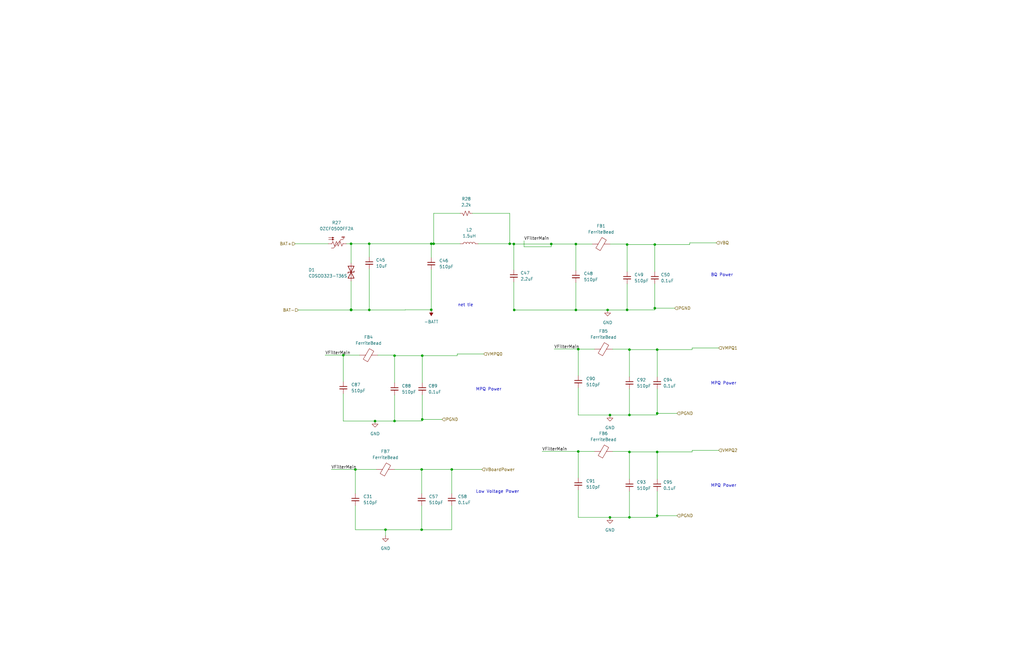
<source format=kicad_sch>
(kicad_sch (version 20230121) (generator eeschema)
  (paper "B")
  (title_block (title "SN-952-A, Charge & Discharge Control") (date "2023-06-28") (rev "PA"))
  (lib_symbols
    (symbol "Device:C_Small" (pin_numbers hide) (pin_names (offset 0.254) hide)
      (property "Reference" "C" (at 0.254 1.778 0))
      (property "Value" "C_Small" (at 0.254 -2.032 0))
      (symbol "C_Small_0_1"
        (polyline (pts (xy -1.524 -0.508) (xy 1.524 -0.508)) (stroke (width 0.3302)))
        (polyline (pts (xy -1.524 0.508) (xy 1.524 0.508)) (stroke (width 0.3048)))
      )
      (symbol "C_Small_1_1"
        (pin passive line (at 0 2.54 270) (length 2.032) (name "~") (number "1"))
        (pin passive line (at 0 -2.54 90) (length 2.032) (name "~") (number "2"))
      )
    )
    (symbol "Device:D_TVS" (pin_numbers hide) (pin_names (offset 1.016) hide)
      (property "Reference" "D" (at 0 2.54 0))
      (property "Value" "D_TVS" (at 0 -2.54 0))
      (symbol "D_TVS_0_1"
        (polyline (pts (xy 1.27 0) (xy -1.27 0)))
        (polyline (pts (xy 0.508 1.27) (xy 0 1.27) (xy 0 -1.27) (xy -0.508 -1.27)) (stroke (width 0.254)))
        (polyline (pts (xy -2.54 1.27) (xy -2.54 -1.27) (xy 2.54 1.27) (xy 2.54 -1.27) (xy -2.54 1.27)) (stroke (width 0.254)))
      )
      (symbol "D_TVS_1_1"
        (pin passive line (at -3.81 0 0) (length 2.54) (name "A1") (number "1"))
        (pin passive line (at 3.81 0 180) (length 2.54) (name "A2") (number "2"))
      )
    )
    (symbol "Device:FerriteBead" (pin_numbers hide) (pin_names (offset 0))
      (property "Reference" "FB" (at -3.81 0.635 90))
      (property "Value" "FerriteBead" (at 3.81 0 90))
      (symbol "FerriteBead_0_1"
        (polyline (pts (xy 0 -1.27) (xy 0 -1.2192)))
        (polyline (pts (xy 0 1.27) (xy 0 1.2954)))
        (polyline (pts (xy -2.7686 0.4064) (xy -1.7018 2.2606) (xy 2.7686 -0.3048) (xy 1.6764 -2.159) (xy -2.7686 0.4064)))
      )
      (symbol "FerriteBead_1_1"
        (pin passive line (at 0 3.81 270) (length 2.54) (name "~") (number "1"))
        (pin passive line (at 0 -3.81 90) (length 2.54) (name "~") (number "2"))
      )
    )
    (symbol "Device:L" (pin_numbers hide) (pin_names (offset 1.016) hide)
      (property "Reference" "L" (at -1.27 0 90))
      (property "Value" "L" (at 1.905 0 90))
      (symbol "L_0_1"
        (arc (start 0 -2.54) (mid 0.6323 -1.905) (end 0 -1.27))
        (arc (start 0 -1.27) (mid 0.6323 -0.635) (end 0 0))
        (arc (start 0 0) (mid 0.6323 0.635) (end 0 1.27))
        (arc (start 0 1.27) (mid 0.6323 1.905) (end 0 2.54))
      )
      (symbol "L_1_1"
        (pin passive line (at 0 3.81 270) (length 1.27) (name "1") (number "1"))
        (pin passive line (at 0 -3.81 90) (length 1.27) (name "2") (number "2"))
      )
    )
    (symbol "Device:R_Small_US" (pin_numbers hide) (pin_names (offset 0.254) hide)
      (property "Reference" "R" (at 0.762 0.508 0))
      (property "Value" "R_Small_US" (at 0.762 -1.016 0))
      (symbol "R_Small_US_1_1"
        (polyline (pts (xy 0 0) (xy 1.016 -0.381) (xy 0 -0.762) (xy -1.016 -1.143) (xy 0 -1.524)))
        (polyline (pts (xy 0 1.524) (xy 1.016 1.143) (xy 0 0.762) (xy -1.016 0.381) (xy 0 0)))
        (pin passive line (at 0 2.54 270) (length 1.016) (name "~") (number "1"))
        (pin passive line (at 0 -2.54 90) (length 1.016) (name "~") (number "2"))
      )
    )
    (symbol "Device:Thermistor_PTC_US" (pin_numbers hide) (pin_names (offset 0))
      (property "Reference" "TH" (at -4.064 0 90))
      (property "Value" "Thermistor_PTC_US" (at 3.048 0 90))
      (symbol "Thermistor_PTC_US_0_1"
        (arc (start -3.048 2.159) (mid -3.0495 2.3143) (end -3.175 2.413))
        (arc (start -3.048 2.159) (mid -2.9736 1.9794) (end -2.794 1.905))
        (arc (start -3.048 2.794) (mid -2.9736 2.6144) (end -2.794 2.54))
        (arc (start -2.794 1.905) (mid -2.6144 1.9794) (end -2.54 2.159))
        (arc (start -2.794 2.54) (mid -2.4393 2.5587) (end -2.159 2.794))
        (arc (start -2.794 3.048) (mid -2.9736 2.9736) (end -3.048 2.794))
        (arc (start -2.54 2.794) (mid -2.6144 2.9736) (end -2.794 3.048))
        (polyline (pts (xy -2.54 2.159) (xy -2.54 2.794)))
        (polyline (pts (xy 0 -2.286) (xy 0 -2.54)))
        (polyline (pts (xy 0 2.286) (xy 0 2.54)))
        (polyline (pts (xy -1.778 2.54) (xy -1.778 1.524) (xy 1.778 -1.524) (xy 1.778 -2.54)))
        (polyline (pts (xy 0 -0.762) (xy 1.016 -1.143) (xy 0 -1.524) (xy -1.016 -1.905) (xy 0 -2.286)))
        (polyline (pts (xy 0 0.762) (xy 1.016 0.381) (xy 0 0) (xy -1.016 -0.381) (xy 0 -0.762)))
        (polyline (pts (xy 0 2.286) (xy 1.016 1.905) (xy 0 1.524) (xy -1.016 1.143) (xy 0 0.762)))
        (polyline (pts (xy -2.54 -3.683) (xy -2.54 -1.397) (xy -2.794 -2.159) (xy -2.286 -2.159) (xy -2.54 -1.397) (xy -2.54 -1.651)) (fill (type outline)))
        (polyline (pts (xy -1.778 -3.683) (xy -1.778 -1.397) (xy -2.032 -2.159) (xy -1.524 -2.159) (xy -1.778 -1.397) (xy -1.778 -1.651)) (fill (type outline)))
      )
      (symbol "Thermistor_PTC_US_1_1"
        (pin passive line (at 0 3.81 270) (length 1.27) (name "~") (number "1"))
        (pin passive line (at 0 -3.81 90) (length 1.27) (name "~") (number "2"))
      )
    )
    (symbol "power:-BATT" (power) (pin_names (offset 0))
      (property "Value" "-BATT" (at 0 3.556 0))
      (symbol "-BATT_0_1"
        (polyline (pts (xy 0 0) (xy 0 2.54)))
        (polyline (pts (xy 0.762 1.27) (xy -0.762 1.27) (xy 0 2.54) (xy 0.762 1.27)) (fill (type outline)))
      )
      (symbol "-BATT_1_1"
        (pin power_in line (at 0 0 90) (length 0) hide (name "-BATT") (number "1"))
      )
    )
    (symbol "power:GND" (power) (pin_names (offset 0))
      (property "Value" "GND" (at 0 -3.81 0))
      (symbol "GND_0_1"
        (polyline (pts (xy 0 0) (xy 0 -1.27) (xy 1.27 -1.27) (xy 0 -2.54) (xy -1.27 -1.27) (xy 0 -1.27)))
      )
      (symbol "GND_1_1"
        (pin power_in line (at 0 0 270) (length 0) hide (name "GND") (number "1"))
      )
    )
  )
  (junction (at 158.1471 177.7056))
  (junction (at 166.37 177.665))
  (junction (at 243.84 190.5326))
  (junction (at 148.067 130.7801))
  (junction (at 177.8 198.12))
  (junction (at 182.8511 102.87))
  (junction (at 276.1204 130.0639))
  (junction (at 257.2071 218.3456))
  (junction (at 155.6979 102.87))
  (junction (at 166.37 150.0957))
  (junction (at 214.9454 102.87))
  (junction (at 265.43 147.5557))
  (junction (at 148.0386 130.6809))
  (junction (at 276.1204 103.1897))
  (junction (at 232.4541 102.954))
  (junction (at 256.2135 130.7996))
  (junction (at 265.43 218.305))
  (junction (at 277.114 147.5557))
  (junction (at 162.56 223.52))
  (junction (at 155.7263 130.7801))
  (junction (at 265.43 175.125))
  (junction (at 144.78 149.8926))
  (junction (at 264.4364 130.759))
  (junction (at 190.5 198.12))
  (junction (at 148.0386 130.7801))
  (junction (at 177.8 223.52))
  (junction (at 181.8599 102.87))
  (junction (at 277.114 174.4299))
  (junction (at 216.8376 130.7996))
  (junction (at 178.054 176.9699))
  (junction (at 242.8464 102.9866))
  (junction (at 243.84 147.3526))
  (junction (at 242.8464 130.7996))
  (junction (at 181.8599 130.7255))
  (junction (at 257.2071 175.1656))
  (junction (at 264.4364 103.1897))
  (junction (at 265.43 190.7357))
  (junction (at 277.114 217.6099))
  (junction (at 216.6844 102.954))
  (junction (at 178.054 150.0957))
  (junction (at 149.86 198.12))
  (junction (at 277.114 190.7357))
  (junction (at 148.0386 102.87))
  (wire (pts (xy 177.8 213.36) (xy 177.8 223.52)))
  (wire (pts (xy 291.846 146.8446) (xy 291.846 147.5557)))
  (wire (pts (xy 265.43 175.125) (xy 265.43 175.1656)))
  (wire (pts (xy 264.4364 119.7506) (xy 264.4364 130.759)))
  (wire (pts (xy 277.114 217.6099) (xy 277.114 218.305)))
  (wire (pts (xy 256.2135 130.7996) (xy 242.8464 130.7996)))
  (wire (pts (xy 277.114 175.125) (xy 265.43 175.125)))
  (wire (pts (xy 258.318 147.3526) (xy 265.43 147.3526)))
  (wire (pts (xy 243.84 147.32) (xy 243.84 147.3526)))
  (wire (pts (xy 186.412 176.9699) (xy 178.054 176.9699)))
  (wire (pts (xy 303.022 146.8446) (xy 291.846 146.8446)))
  (wire (pts (xy 243.84 190.5) (xy 243.84 190.5326)))
  (wire (pts (xy 220.98 101.6) (xy 220.98 104.14)))
  (wire (pts (xy 139.7 198.12) (xy 149.86 198.12)))
  (wire (pts (xy 192.786 149.3846) (xy 192.786 150.0957)))
  (wire (pts (xy 277.114 159.0366) (xy 277.114 147.5557)))
  (wire (pts (xy 265.43 175.1656) (xy 257.2071 175.1656)))
  (wire (pts (xy 149.86 223.52) (xy 162.56 223.52)))
  (wire (pts (xy 243.84 206.7886) (xy 243.84 218.3456)))
  (wire (pts (xy 166.37 177.7056) (xy 158.1471 177.7056)))
  (wire (pts (xy 178.054 176.9699) (xy 178.054 177.665)))
  (wire (pts (xy 178.054 161.5766) (xy 178.054 150.0957)))
  (wire (pts (xy 170.9379 130.7801) (xy 155.7263 130.7801)))
  (wire (pts (xy 290.8524 102.4786) (xy 290.8524 103.1897)))
  (wire (pts (xy 228.6 190.5) (xy 243.84 190.5)))
  (wire (pts (xy 181.8599 102.87) (xy 181.8599 108.712)))
  (wire (pts (xy 162.56 223.52) (xy 162.56 226.06)))
  (wire (pts (xy 216.6844 102.954) (xy 216.6844 102.87)))
  (wire (pts (xy 249.7044 102.9866) (xy 242.8464 102.9866)))
  (wire (pts (xy 303.022 190.0246) (xy 291.846 190.0246)))
  (wire (pts (xy 291.846 190.0246) (xy 291.846 190.7357)))
  (wire (pts (xy 276.1204 130.0639) (xy 276.1204 130.759)))
  (wire (pts (xy 148.0386 111.0408) (xy 148.0386 102.87)))
  (wire (pts (xy 265.43 164.1166) (xy 265.43 175.125)))
  (wire (pts (xy 264.4364 102.9866) (xy 264.4364 103.1897)))
  (wire (pts (xy 233.68 147.32) (xy 243.84 147.32)))
  (wire (pts (xy 285.472 174.4299) (xy 277.114 174.4299)))
  (wire (pts (xy 257.3244 102.9866) (xy 264.4364 102.9866)))
  (wire (pts (xy 285.472 217.6099) (xy 277.114 217.6099)))
  (wire (pts (xy 148.0386 102.87) (xy 155.6979 102.87)))
  (wire (pts (xy 181.8599 113.792) (xy 181.8599 130.7255)))
  (wire (pts (xy 277.114 207.2966) (xy 277.114 217.6099)))
  (wire (pts (xy 181.8599 130.7255) (xy 181.8599 130.7305)))
  (wire (pts (xy 190.5 198.12) (xy 190.5 208.28)))
  (wire (pts (xy 258.318 190.5326) (xy 265.43 190.5326)))
  (wire (pts (xy 216.8376 130.8505) (xy 216.8376 130.7996)))
  (wire (pts (xy 190.5 198.12) (xy 203.2 198.12)))
  (wire (pts (xy 277.114 202.2166) (xy 277.114 190.7357)))
  (wire (pts (xy 257.2071 175.1656) (xy 243.84 175.1656)))
  (wire (pts (xy 170.9379 130.7255) (xy 170.9379 130.7801)))
  (wire (pts (xy 148.0386 130.8505) (xy 148.0386 130.7801)))
  (wire (pts (xy 170.9379 130.7255) (xy 181.8599 130.7255)))
  (wire (pts (xy 194.0519 102.87) (xy 182.8511 102.87)))
  (wire (pts (xy 178.054 166.6566) (xy 178.054 176.9699)))
  (wire (pts (xy 250.698 190.5326) (xy 243.84 190.5326)))
  (wire (pts (xy 264.4364 130.759) (xy 264.4364 130.7996)))
  (wire (pts (xy 190.5 223.52) (xy 177.8 223.52)))
  (wire (pts (xy 216.6844 113.9086) (xy 216.6844 102.954)))
  (wire (pts (xy 277.114 218.305) (xy 265.43 218.305)))
  (wire (pts (xy 177.8 198.12) (xy 177.8 208.28)))
  (wire (pts (xy 124.46 102.87) (xy 138.43 102.87)))
  (wire (pts (xy 182.8511 90.0326) (xy 182.8511 102.87)))
  (wire (pts (xy 265.43 190.5326) (xy 265.43 190.7357)))
  (wire (pts (xy 203.962 149.3846) (xy 192.786 149.3846)))
  (wire (pts (xy 155.6979 113.538) (xy 155.7263 130.7801)))
  (wire (pts (xy 265.43 218.3456) (xy 257.2071 218.3456)))
  (wire (pts (xy 290.8524 103.1897) (xy 276.1204 103.1897)))
  (wire (pts (xy 216.6844 130.7996) (xy 216.8376 130.7996)))
  (wire (pts (xy 220.98 104.14) (xy 232.4541 104.14)))
  (wire (pts (xy 243.84 190.5326) (xy 243.84 201.7086)))
  (wire (pts (xy 284.4784 130.0639) (xy 276.1204 130.0639)))
  (wire (pts (xy 291.846 190.7357) (xy 277.114 190.7357)))
  (wire (pts (xy 214.9454 102.87) (xy 216.6844 102.87)))
  (wire (pts (xy 194.0784 90.0326) (xy 182.8511 90.0326)))
  (wire (pts (xy 277.114 174.4299) (xy 277.114 175.125)))
  (wire (pts (xy 166.37 177.665) (xy 166.37 177.7056)))
  (wire (pts (xy 159.258 149.8926) (xy 166.37 149.8926)))
  (wire (pts (xy 201.6719 102.87) (xy 214.9454 102.87)))
  (wire (pts (xy 277.114 164.1166) (xy 277.114 174.4299)))
  (wire (pts (xy 166.37 198.12) (xy 177.8 198.12)))
  (wire (pts (xy 276.1204 103.1897) (xy 264.4364 103.1897)))
  (wire (pts (xy 242.8464 102.9866) (xy 242.8464 114.1626)))
  (wire (pts (xy 214.9454 90.0326) (xy 214.9454 102.87)))
  (wire (pts (xy 216.6844 102.954) (xy 232.4541 102.954)))
  (wire (pts (xy 149.86 198.12) (xy 149.86 208.28)))
  (wire (pts (xy 291.846 147.5557) (xy 277.114 147.5557)))
  (wire (pts (xy 182.8511 102.87) (xy 181.8599 102.87)))
  (wire (pts (xy 149.86 213.36) (xy 149.86 223.52)))
  (wire (pts (xy 276.1204 130.759) (xy 264.4364 130.759)))
  (wire (pts (xy 242.8464 102.954) (xy 242.8464 102.9866)))
  (wire (pts (xy 277.114 190.7357) (xy 265.43 190.7357)))
  (wire (pts (xy 243.84 163.6086) (xy 243.84 175.1656)))
  (wire (pts (xy 265.43 218.305) (xy 265.43 218.3456)))
  (wire (pts (xy 149.86 198.12) (xy 158.75 198.12)))
  (wire (pts (xy 257.2071 218.3456) (xy 243.84 218.3456)))
  (wire (pts (xy 158.1471 177.7056) (xy 144.78 177.7056)))
  (wire (pts (xy 162.56 223.52) (xy 177.8 223.52)))
  (wire (pts (xy 166.37 166.6566) (xy 166.37 177.665)))
  (wire (pts (xy 155.6979 102.87) (xy 181.8599 102.87)))
  (wire (pts (xy 148.067 130.7801) (xy 148.0386 130.6809)))
  (wire (pts (xy 199.1584 90.0326) (xy 214.9454 90.0326)))
  (wire (pts (xy 276.1204 114.6706) (xy 276.1204 103.1897)))
  (wire (pts (xy 137.16 149.8926) (xy 144.78 149.8926)))
  (wire (pts (xy 148.0386 130.6809) (xy 148.0386 118.6608)))
  (wire (pts (xy 276.1204 119.7506) (xy 276.1204 130.0639)))
  (wire (pts (xy 265.43 207.2966) (xy 265.43 218.305)))
  (wire (pts (xy 265.43 147.3526) (xy 265.43 147.5557)))
  (wire (pts (xy 232.4541 104.14) (xy 232.4541 102.954)))
  (wire (pts (xy 264.4364 130.7996) (xy 256.2135 130.7996)))
  (wire (pts (xy 277.114 147.5557) (xy 265.43 147.5557)))
  (wire (pts (xy 216.6844 118.9886) (xy 216.6844 130.7996)))
  (wire (pts (xy 243.84 147.3526) (xy 243.84 158.5286)))
  (wire (pts (xy 137.16 149.86) (xy 137.16 149.8926)))
  (wire (pts (xy 155.6979 108.458) (xy 155.6979 102.87)))
  (wire (pts (xy 144.78 166.1486) (xy 144.78 177.7056)))
  (wire (pts (xy 125.7704 130.8505) (xy 148.0386 130.8505)))
  (wire (pts (xy 146.05 102.87) (xy 148.0386 102.87)))
  (wire (pts (xy 302.0284 102.4786) (xy 290.8524 102.4786)))
  (wire (pts (xy 216.8376 130.7996) (xy 242.8464 130.7996)))
  (wire (pts (xy 242.8464 119.2426) (xy 242.8464 130.7996)))
  (wire (pts (xy 178.054 177.665) (xy 166.37 177.665)))
  (wire (pts (xy 192.786 150.0957) (xy 178.054 150.0957)))
  (wire (pts (xy 148.067 130.7801) (xy 148.0386 130.7801)))
  (wire (pts (xy 190.5 213.36) (xy 190.5 223.52)))
  (wire (pts (xy 144.78 149.86) (xy 144.78 149.8926)))
  (wire (pts (xy 178.054 150.0957) (xy 166.37 150.0957)))
  (wire (pts (xy 148.0386 130.7801) (xy 148.0386 130.6809)))
  (wire (pts (xy 264.4364 103.1897) (xy 264.4364 114.6706)))
  (wire (pts (xy 250.698 147.3526) (xy 243.84 147.3526)))
  (wire (pts (xy 155.7263 130.7801) (xy 148.067 130.7801)))
  (wire (pts (xy 166.37 149.8926) (xy 166.37 150.0957)))
  (wire (pts (xy 144.78 149.8926) (xy 144.78 161.0686)))
  (wire (pts (xy 265.43 190.7357) (xy 265.43 202.2166)))
  (wire (pts (xy 177.8 198.12) (xy 190.5 198.12)))
  (wire (pts (xy 232.4541 102.954) (xy 242.8464 102.954)))
  (wire (pts (xy 151.638 149.8926) (xy 144.78 149.8926)))
  (wire (pts (xy 265.43 147.5557) (xy 265.43 159.0366)))
  (wire (pts (xy 166.37 150.0957) (xy 166.37 161.5766)))
  (text "MPQ Power\n" (at 299.72 205.74 0) (effects (font (size 1.27 1.27)) (justify left bottom)))
  (text "Low Voltage Power" (at 200.66 208.28 0) (effects (font (size 1.27 1.27)) (justify left bottom)))
  (text "MPQ Power\n" (at 200.66 165.1 0) (effects (font (size 1.27 1.27)) (justify left bottom)))
  (text "BQ Power\n" (at 299.72 116.84 0) (effects (font (size 1.27 1.27)) (justify left bottom)))
  (text "\nnet tie" (at 193.04 129.54 0) (effects (font (size 1.27 1.27)) (justify left bottom)))
  (text "MPQ Power\n" (at 299.72 162.56 0) (effects (font (size 1.27 1.27)) (justify left bottom)))
  (label "VFilterMain" (at 233.68 147.32 0))
  (label "VFilterMain" (at 139.7 198.12 0))
  (label "VFilterMain" (at 137.16 149.86 0))
  (label "VFilterMain" (at 228.6 190.5 0))
  (label "VFilterMain" (at 220.98 101.6 0))
  (hierarchical_label "PGND" (shape input) (at 285.472 174.4299 0))
  (hierarchical_label "BAT-" (shape input) (at 125.7704 130.8505 180))
  (hierarchical_label "VMPQ2" (shape input) (at 303.022 190.0246 0))
  (hierarchical_label "VBoardPower" (shape input) (at 203.2 198.12 0))
  (hierarchical_label "BAT+" (shape input) (at 124.46 102.87 180))
  (hierarchical_label "VMPQ1" (shape input) (at 303.022 146.8446 0))
  (hierarchical_label "VBQ" (shape input) (at 302.0284 102.4786 0))
  (hierarchical_label "PGND" (shape input) (at 285.472 217.6099 0))
  (hierarchical_label "PGND" (shape input) (at 186.412 176.9699 0))
  (hierarchical_label "PGND" (shape input) (at 284.4784 130.0639 0))
  (hierarchical_label "VMPQ0" (shape input) (at 203.962 149.3846 0))
  (symbol (lib_id "power:GND") (at 257.2071 218.3456 0) (unit 1)
    (property "Reference" "#PWR045" (effects hide))
    (property "Value" "GND" (at 257.2071 223.6796 0))
  )
  (symbol (lib_id "power:GND") (at 257.2071 175.1656 0) (unit 1)
    (property "Reference" "#PWR044" (effects hide))
    (property "Value" "GND" (at 257.2071 180.4996 0))
  )
  (symbol (lib_id "Device:C_Small") (at 277.114 161.5766 0) (unit 1)
    (property "Reference" "C94" (at 279.654 160.3128 0) (effects (justify left)))
    (property "Value" "0.1uF" (at 279.654 162.8528 0) (effects (justify left)))
    (property "Footprint" "Capacitor_SMD:C_0402_1005Metric" (effects hide))
    (property "MFG" "Murata Electronics" (effects hide))
    (property "Part Name" "GRM155R61H104ME14J" (effects hide))
    (property "MFG 2" "Yageo" (effects hide))
    (property "Part Name 2" "CC0402KRX5R9BB104" (effects hide))
  )
  (symbol (lib_id "Device:C_Small") (at 243.84 161.0686 0) (unit 1)
    (property "Reference" "C90" (at 247.142 159.8048 0) (effects (justify left)))
    (property "Value" "510pF" (at 247.142 162.3448 0) (effects (justify left)))
    (property "Footprint" "Capacitor_SMD:C_0603_1608Metric" (effects hide))
    (property "MFG" "Murata Electronics" (effects hide))
    (property "Part Name" "GCM1885C1H511FA16D" (effects hide))
  )
  (symbol (lib_id "Device:FerriteBead") (at 253.5144 102.9866 90) (unit 1)
    (property "Reference" "FB1" (at 253.4636 95.3666 90))
    (property "Value" "FerriteBead" (at 253.4636 97.9066 90))
    (property "Footprint" "Resistor_SMD:R_1210_3225Metric" (effects hide))
    (property "Part Name" "BLM31SN500SN1L" (effects hide))
    (property "MFG" "Murata" (effects hide))
  )
  (symbol (lib_id "Device:FerriteBead") (at 162.56 198.12 90) (unit 1)
    (property "Reference" "FB7" (at 162.5092 190.5 90))
    (property "Value" "FerriteBead" (at 162.5092 193.04 90))
    (property "Footprint" "Resistor_SMD:R_1210_3225Metric" (effects hide))
    (property "Part Name" "BLM31SN500SN1L" (effects hide))
    (property "MFG" "Murata" (effects hide))
  )
  (symbol (lib_id "Device:C_Small") (at 149.86 210.82 0) (unit 1)
    (property "Reference" "C31" (at 153.162 209.5562 0) (effects (justify left)))
    (property "Value" "510pF" (at 153.162 212.0962 0) (effects (justify left)))
    (property "Footprint" "Capacitor_SMD:C_0603_1608Metric" (effects hide))
    (property "MFG" "Murata Electronics" (effects hide))
    (property "Part Name" "GCM1885C1H511FA16D" (effects hide))
  )
  (symbol (lib_id "Device:R_Small_US") (at 196.6184 90.0326 270) (mirror x) (unit 1)
    (property "Reference" "R28" (at 196.6184 83.9366 90))
    (property "Value" "2.2k" (at 196.6184 86.4766 90))
    (property "Footprint" "Resistor_SMD:R_0402_1005Metric" (effects hide))
    (property "MANUFACTURER" "YAGEO" (effects hide))
    (property "Part Name" "RT0402FRE072K2L" (effects hide))
  )
  (symbol (lib_id "Device:FerriteBead") (at 254.508 147.3526 90) (unit 1)
    (property "Reference" "FB5" (at 254.4572 139.7326 90))
    (property "Value" "FerriteBead" (at 254.4572 142.2726 90))
    (property "Footprint" "Resistor_SMD:R_1210_3225Metric" (effects hide))
    (property "Part Name" "BLM31SN500SN1L" (effects hide))
    (property "MFG" "Murata" (effects hide))
  )
  (symbol (lib_id "Device:C_Small") (at 264.4364 117.2106 0) (unit 1)
    (property "Reference" "C49" (at 267.4844 115.9468 0) (effects (justify left)))
    (property "Value" "510pF" (at 267.4844 118.4868 0) (effects (justify left)))
    (property "Footprint" "Capacitor_SMD:C_0603_1608Metric" (effects hide))
    (property "MFG" "Murata Electronics" (effects hide))
    (property "Part Name" "GCM1885C1H511FA16D" (effects hide))
  )
  (symbol (lib_id "power:GND") (at 158.1471 177.7056 0) (unit 1)
    (property "Reference" "#PWR043" (effects hide))
    (property "Value" "GND" (at 158.1471 183.0396 0))
  )
  (symbol (lib_id "Device:Thermistor_PTC_US") (at 142.24 102.87 270) (unit 1)
    (property "Reference" "R27" (at 141.9225 93.98 90))
    (property "Value" "0ZCF0500FF2A" (at 141.9225 96.52 90))
    (property "Footprint" "Fuse:Fuse_BelFuse_7.98x5.44mm" (effects hide))
    (property "MFG" "BelFuse" (effects hide))
    (property "Part Name" "0ZCF0500FF2A" (effects hide))
  )
  (symbol (lib_id "Device:FerriteBead") (at 155.448 149.8926 90) (unit 1)
    (property "Reference" "FB4" (at 155.3972 142.2726 90))
    (property "Value" "FerriteBead" (at 155.3972 144.8126 90))
    (property "Footprint" "Resistor_SMD:R_1210_3225Metric" (effects hide))
    (property "Part Name" "BLM31SN500SN1L" (effects hide))
    (property "MFG" "Murata" (effects hide))
  )
  (symbol (lib_id "Device:C_Small") (at 181.8599 111.252 0) (unit 1)
    (property "Reference" "C46" (at 185.1884 109.9882 0) (effects (justify left)))
    (property "Value" "510pF" (at 185.1884 112.5282 0) (effects (justify left)))
    (property "Footprint" "Capacitor_SMD:C_0603_1608Metric" (effects hide))
    (property "MFG" "Murata Electronics" (effects hide))
    (property "Part Name" "GCM1885C1H511FA16D" (effects hide))
  )
  (symbol (lib_id "power:GND") (at 162.56 226.06 0) (unit 1)
    (property "Reference" "#PWR0233" (effects hide))
    (property "Value" "GND" (at 162.56 231.394 0))
  )
  (symbol (lib_id "Device:C_Small") (at 155.6979 110.998 0) (unit 1)
    (property "Reference" "C45" (at 158.5184 109.7342 0) (effects (justify left)))
    (property "Value" "10uF" (at 158.5184 112.2742 0) (effects (justify left)))
    (property "Footprint" "Capacitor_SMD:C_1206_3216Metric" (effects hide))
    (property "MFG" "TDK" (effects hide))
    (property "Part Name" "C3216JB1H106K160AB" (effects hide))
  )
  (symbol (lib_id "Device:C_Small") (at 177.8 210.82 0) (unit 1)
    (property "Reference" "C57" (at 180.848 209.5562 0) (effects (justify left)))
    (property "Value" "510pF" (at 180.848 212.0962 0) (effects (justify left)))
    (property "Footprint" "Capacitor_SMD:C_0603_1608Metric" (effects hide))
    (property "MFG" "Murata Electronics" (effects hide))
    (property "Part Name" "GCM1885C1H511FA16D" (effects hide))
  )
  (symbol (lib_id "Device:C_Small") (at 190.5 210.82 0) (unit 1)
    (property "Reference" "C58" (at 193.04 209.5562 0) (effects (justify left)))
    (property "Value" "0.1uF" (at 193.04 212.0962 0) (effects (justify left)))
    (property "Footprint" "Capacitor_SMD:C_0402_1005Metric" (effects hide))
    (property "MFG" "Murata Electronics" (effects hide))
    (property "Part Name" "GRM155R61H104ME14J" (effects hide))
    (property "MFG 2" "Yageo" (effects hide))
    (property "Part Name 2" "CC0402KRX5R9BB104" (effects hide))
  )
  (symbol (lib_id "Device:C_Small") (at 276.1204 117.2106 0) (unit 1)
    (property "Reference" "C50" (at 278.6604 115.9468 0) (effects (justify left)))
    (property "Value" "0.1uF" (at 278.6604 118.4868 0) (effects (justify left)))
    (property "Footprint" "Capacitor_SMD:C_0402_1005Metric" (effects hide))
    (property "MFG" "Murata Electronics" (effects hide))
    (property "Part Name" "GRM155R61H104ME14J" (effects hide))
    (property "MFG 2" "Yageo" (effects hide))
    (property "Part Name 2" "CC0402KRX5R9BB104" (effects hide))
  )
  (symbol (lib_id "Device:C_Small") (at 216.6844 116.4486 0) (unit 1)
    (property "Reference" "C47" (at 219.4784 115.1848 0) (effects (justify left)))
    (property "Value" "2.2uF" (at 219.4784 117.7248 0) (effects (justify left)))
    (property "Footprint" "Capacitor_SMD:C_0603_1608Metric" (effects hide))
    (property "MFG" "Murata Electronics" (effects hide))
    (property "Part Name" "GRM188R61H225ME11J" (effects hide))
  )
  (symbol (lib_id "Device:C_Small") (at 144.78 163.6086 0) (unit 1)
    (property "Reference" "C87" (at 148.082 162.3448 0) (effects (justify left)))
    (property "Value" "510pF" (at 148.082 164.8848 0) (effects (justify left)))
    (property "Footprint" "Capacitor_SMD:C_0603_1608Metric" (effects hide))
    (property "MFG" "Murata Electronics" (effects hide))
    (property "Part Name" "GCM1885C1H511FA16D" (effects hide))
  )
  (symbol (lib_id "Device:C_Small") (at 243.84 204.2486 0) (unit 1)
    (property "Reference" "C91" (at 247.142 202.9848 0) (effects (justify left)))
    (property "Value" "510pF" (at 247.142 205.5248 0) (effects (justify left)))
    (property "Footprint" "Capacitor_SMD:C_0603_1608Metric" (effects hide))
    (property "MFG" "Murata Electronics" (effects hide))
    (property "Part Name" "GCM1885C1H511FA16D" (effects hide))
  )
  (symbol (lib_id "Device:C_Small") (at 265.43 161.5766 0) (unit 1)
    (property "Reference" "C92" (at 268.478 160.3128 0) (effects (justify left)))
    (property "Value" "510pF" (at 268.478 162.8528 0) (effects (justify left)))
    (property "Footprint" "Capacitor_SMD:C_0603_1608Metric" (effects hide))
    (property "MFG" "Murata Electronics" (effects hide))
    (property "Part Name" "GCM1885C1H511FA16D" (effects hide))
  )
  (symbol (lib_id "Device:D_TVS") (at 148.0386 114.8508 90) (mirror x) (unit 1)
    (property "Reference" "D1" (at 130.0704 113.9086 90) (effects (justify right)))
    (property "Value" "CDSOD323-T36S" (at 130.0704 116.4486 90) (effects (justify right)))
    (property "Footprint" "Diode_SMD:D_SOD-323" (effects hide))
    (property "MFG" "Bourns" (effects hide))
    (property "Part Name" "CDSOD323-T36S" (effects hide))
  )
  (symbol (lib_id "power:-BATT") (at 181.8599 130.7305 180) (unit 1)
    (property "Reference" "#PWR0133" (effects hide))
    (property "Value" "-BATT" (at 181.8599 135.8105 0))
  )
  (symbol (lib_id "Device:C_Small") (at 277.114 204.7566 0) (unit 1)
    (property "Reference" "C95" (at 279.654 203.4928 0) (effects (justify left)))
    (property "Value" "0.1uF" (at 279.654 206.0328 0) (effects (justify left)))
    (property "Footprint" "Capacitor_SMD:C_0402_1005Metric" (effects hide))
    (property "MFG" "Murata Electronics" (effects hide))
    (property "Part Name" "GRM155R61H104ME14J" (effects hide))
    (property "MFG 2" "Yageo" (effects hide))
    (property "Part Name 2" "CC0402KRX5R9BB104" (effects hide))
  )
  (symbol (lib_id "power:GND") (at 256.2135 130.7996 0) (unit 1)
    (property "Reference" "#PWR0132" (effects hide))
    (property "Value" "GND" (at 256.2135 136.1336 0))
  )
  (symbol (lib_id "Device:FerriteBead") (at 254.508 190.5326 90) (unit 1)
    (property "Reference" "FB6" (at 254.4572 182.9126 90))
    (property "Value" "FerriteBead" (at 254.4572 185.4526 90))
    (property "Footprint" "Resistor_SMD:R_1210_3225Metric" (effects hide))
    (property "Part Name" "BLM31SN500SN1L" (effects hide))
    (property "MFG" "Murata" (effects hide))
  )
  (symbol (lib_id "Device:C_Small") (at 242.8464 116.7026 0) (unit 1)
    (property "Reference" "C48" (at 246.1484 115.4388 0) (effects (justify left)))
    (property "Value" "510pF" (at 246.1484 117.9788 0) (effects (justify left)))
    (property "Footprint" "Capacitor_SMD:C_0603_1608Metric" (effects hide))
    (property "MFG" "Murata Electronics" (effects hide))
    (property "Part Name" "GCM1885C1H511FA16D" (effects hide))
  )
  (symbol (lib_id "Device:C_Small") (at 178.054 164.1166 0) (unit 1)
    (property "Reference" "C89" (at 180.594 162.8528 0) (effects (justify left)))
    (property "Value" "0.1uF" (at 180.594 165.3928 0) (effects (justify left)))
    (property "Footprint" "Capacitor_SMD:C_0402_1005Metric" (effects hide))
    (property "MFG" "Murata Electronics" (effects hide))
    (property "Part Name" "GRM155R61H104ME14J" (effects hide))
    (property "MFG 2" "Yageo" (effects hide))
    (property "Part Name 2" "CC0402KRX5R9BB104" (effects hide))
  )
  (symbol (lib_id "Device:L") (at 197.8619 102.87 90) (unit 1)
    (property "Reference" "L2" (at 197.8619 97.028 90))
    (property "Value" "1.5uH" (at 197.8619 99.568 90))
    (property "Footprint" "Inductor_SMD:L_TDK_VLS5030EX-D" (effects hide))
    (property "MFG" "TDk" (effects hide))
    (property "Part Name" "VLS5030EX-1R5N-D" (effects hide))
  )
  (symbol (lib_id "Device:C_Small") (at 265.43 204.7566 0) (unit 1)
    (property "Reference" "C93" (at 268.478 203.4928 0) (effects (justify left)))
    (property "Value" "510pF" (at 268.478 206.0328 0) (effects (justify left)))
    (property "Footprint" "Capacitor_SMD:C_0603_1608Metric" (effects hide))
    (property "MFG" "Murata Electronics" (effects hide))
    (property "Part Name" "GCM1885C1H511FA16D" (effects hide))
  )
  (symbol (lib_id "Device:C_Small") (at 166.37 164.1166 0) (unit 1)
    (property "Reference" "C88" (at 169.418 162.8528 0) (effects (justify left)))
    (property "Value" "510pF" (at 169.418 165.3928 0) (effects (justify left)))
    (property "Footprint" "Capacitor_SMD:C_0603_1608Metric" (effects hide))
    (property "MFG" "Murata Electronics" (effects hide))
    (property "Part Name" "GCM1885C1H511FA16D" (effects hide))
  )
)
</source>
